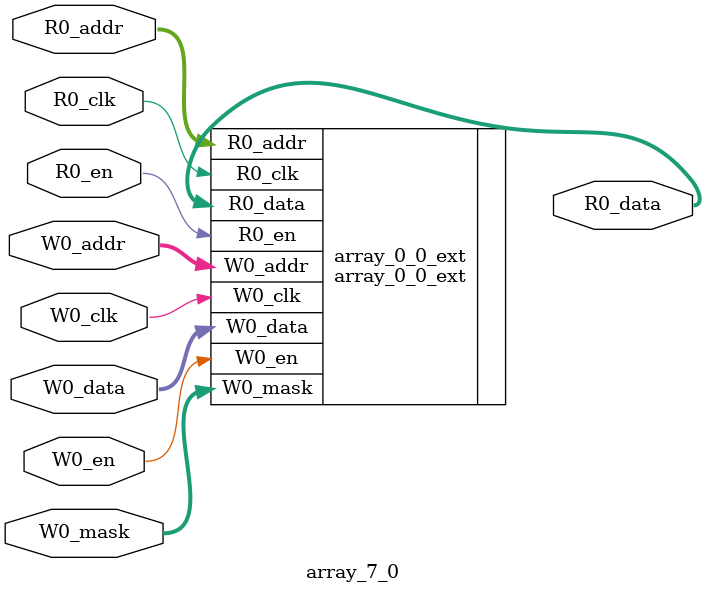
<source format=sv>
`ifndef RANDOMIZE
  `ifdef RANDOMIZE_REG_INIT
    `define RANDOMIZE
  `endif // RANDOMIZE_REG_INIT
`endif // not def RANDOMIZE
`ifndef RANDOMIZE
  `ifdef RANDOMIZE_MEM_INIT
    `define RANDOMIZE
  `endif // RANDOMIZE_MEM_INIT
`endif // not def RANDOMIZE

`ifndef RANDOM
  `define RANDOM $random
`endif // not def RANDOM

// Users can define 'PRINTF_COND' to add an extra gate to prints.
`ifndef PRINTF_COND_
  `ifdef PRINTF_COND
    `define PRINTF_COND_ (`PRINTF_COND)
  `else  // PRINTF_COND
    `define PRINTF_COND_ 1
  `endif // PRINTF_COND
`endif // not def PRINTF_COND_

// Users can define 'ASSERT_VERBOSE_COND' to add an extra gate to assert error printing.
`ifndef ASSERT_VERBOSE_COND_
  `ifdef ASSERT_VERBOSE_COND
    `define ASSERT_VERBOSE_COND_ (`ASSERT_VERBOSE_COND)
  `else  // ASSERT_VERBOSE_COND
    `define ASSERT_VERBOSE_COND_ 1
  `endif // ASSERT_VERBOSE_COND
`endif // not def ASSERT_VERBOSE_COND_

// Users can define 'STOP_COND' to add an extra gate to stop conditions.
`ifndef STOP_COND_
  `ifdef STOP_COND
    `define STOP_COND_ (`STOP_COND)
  `else  // STOP_COND
    `define STOP_COND_ 1
  `endif // STOP_COND
`endif // not def STOP_COND_

// Users can define INIT_RANDOM as general code that gets injected into the
// initializer block for modules with registers.
`ifndef INIT_RANDOM
  `define INIT_RANDOM
`endif // not def INIT_RANDOM

// If using random initialization, you can also define RANDOMIZE_DELAY to
// customize the delay used, otherwise 0.002 is used.
`ifndef RANDOMIZE_DELAY
  `define RANDOMIZE_DELAY 0.002
`endif // not def RANDOMIZE_DELAY

// Define INIT_RANDOM_PROLOG_ for use in our modules below.
`ifndef INIT_RANDOM_PROLOG_
  `ifdef RANDOMIZE
    `ifdef VERILATOR
      `define INIT_RANDOM_PROLOG_ `INIT_RANDOM
    `else  // VERILATOR
      `define INIT_RANDOM_PROLOG_ `INIT_RANDOM #`RANDOMIZE_DELAY begin end
    `endif // VERILATOR
  `else  // RANDOMIZE
    `define INIT_RANDOM_PROLOG_
  `endif // RANDOMIZE
`endif // not def INIT_RANDOM_PROLOG_

module array_7_0(	// @[DescribedSRAM.scala:17:26]
  input  [7:0]   R0_addr,
  input          R0_en,
                 R0_clk,
  input  [7:0]   W0_addr,
  input          W0_en,
                 W0_clk,
  input  [127:0] W0_data,
  input  [1:0]   W0_mask,
  output [127:0] R0_data
);

  array_0_0_ext array_0_0_ext (	// @[DescribedSRAM.scala:17:26]
    .R0_addr (R0_addr),
    .R0_en   (R0_en),
    .R0_clk  (R0_clk),
    .W0_addr (W0_addr),
    .W0_en   (W0_en),
    .W0_clk  (W0_clk),
    .W0_data (W0_data),
    .W0_mask (W0_mask),
    .R0_data (R0_data)
  );
endmodule


</source>
